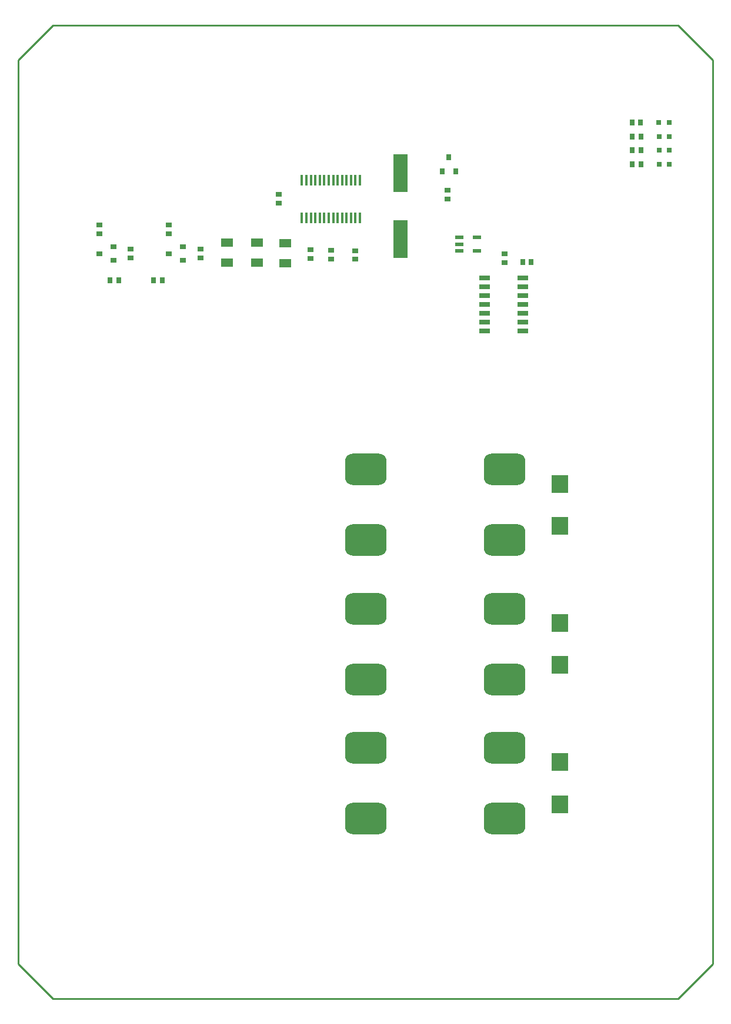
<source format=gtp>
G04 Layer_Color=7318015*
%FSLAX44Y44*%
%MOMM*%
G71*
G01*
G75*
%ADD10R,0.8000X0.9000*%
%ADD11R,0.8000X0.8000*%
%ADD12R,0.9000X0.8000*%
%ADD13R,1.5494X0.6604*%
%ADD14R,0.8000X0.9000*%
%ADD15R,1.8000X1.3000*%
%ADD16R,2.0000X5.5000*%
%ADD17R,0.4572X1.5494*%
%ADD18R,2.4500X2.5500*%
%ADD19R,1.2192X0.6096*%
%ADD20R,0.9000X0.8000*%
G04:AMPARAMS|DCode=21|XSize=6mm|YSize=4.5mm|CornerRadius=1.125mm|HoleSize=0mm|Usage=FLASHONLY|Rotation=180.000|XOffset=0mm|YOffset=0mm|HoleType=Round|Shape=RoundedRectangle|*
%AMROUNDEDRECTD21*
21,1,6.0000,2.2500,0,0,180.0*
21,1,3.7500,4.5000,0,0,180.0*
1,1,2.2500,-1.8750,1.1250*
1,1,2.2500,1.8750,1.1250*
1,1,2.2500,1.8750,-1.1250*
1,1,2.2500,-1.8750,-1.1250*
%
%ADD21ROUNDEDRECTD21*%
%ADD22C,0.2540*%
D10*
X164750Y1052750D02*
D03*
X152250D02*
D03*
X227750Y1053000D02*
D03*
X215250D02*
D03*
X916500Y1220000D02*
D03*
X904000D02*
D03*
X916500Y1240000D02*
D03*
X904000D02*
D03*
X916500Y1260000D02*
D03*
X904000D02*
D03*
X903750Y1280000D02*
D03*
X916250D02*
D03*
X758750Y1079500D02*
D03*
X746250D02*
D03*
D11*
X957500Y1280000D02*
D03*
X942500D02*
D03*
X942750Y1220000D02*
D03*
X957750D02*
D03*
X942750Y1240000D02*
D03*
X957750D02*
D03*
X942750Y1260000D02*
D03*
X957750D02*
D03*
D12*
X395250Y1163750D02*
D03*
Y1176250D02*
D03*
X470250Y1083750D02*
D03*
Y1096250D02*
D03*
X720250Y1090750D02*
D03*
Y1078250D02*
D03*
X505000Y1083250D02*
D03*
Y1095750D02*
D03*
X440750Y1084250D02*
D03*
Y1096750D02*
D03*
X182250Y1085250D02*
D03*
Y1097750D02*
D03*
X282250Y1085250D02*
D03*
Y1097750D02*
D03*
X137250Y1132750D02*
D03*
Y1120250D02*
D03*
X237250Y1132750D02*
D03*
Y1120250D02*
D03*
X638500Y1182500D02*
D03*
Y1170000D02*
D03*
D13*
X746178Y1056600D02*
D03*
Y1043900D02*
D03*
Y1031200D02*
D03*
Y1018500D02*
D03*
Y1005800D02*
D03*
Y993100D02*
D03*
Y980400D02*
D03*
X691880D02*
D03*
Y993100D02*
D03*
Y1005800D02*
D03*
Y1018500D02*
D03*
Y1031200D02*
D03*
Y1043900D02*
D03*
Y1056600D02*
D03*
D14*
X630750Y1210000D02*
D03*
X649750D02*
D03*
X640250Y1230000D02*
D03*
D15*
X321000Y1107500D02*
D03*
Y1078500D02*
D03*
X364000Y1107000D02*
D03*
Y1078000D02*
D03*
X404250Y1106250D02*
D03*
Y1077250D02*
D03*
D16*
X570250Y1207500D02*
D03*
Y1112500D02*
D03*
D17*
X511906Y1142822D02*
D03*
X505556D02*
D03*
X499206D02*
D03*
X492856D02*
D03*
X486252D02*
D03*
X479902D02*
D03*
X473552D02*
D03*
X467050D02*
D03*
X460650D02*
D03*
X454250D02*
D03*
X447850D02*
D03*
X441450D02*
D03*
X435050D02*
D03*
X428650D02*
D03*
Y1197120D02*
D03*
X435050D02*
D03*
X441450D02*
D03*
X447850D02*
D03*
X454250D02*
D03*
X460650D02*
D03*
X467050D02*
D03*
X473552D02*
D03*
X479902D02*
D03*
X486252D02*
D03*
X492856D02*
D03*
X499206D02*
D03*
X505556D02*
D03*
X511906D02*
D03*
D18*
X800250Y499750D02*
D03*
Y560250D02*
D03*
Y699750D02*
D03*
Y760250D02*
D03*
Y299750D02*
D03*
Y360250D02*
D03*
D19*
X655000Y1114402D02*
D03*
Y1104750D02*
D03*
Y1095250D02*
D03*
X680200D02*
D03*
Y1114402D02*
D03*
D20*
X157250Y1082000D02*
D03*
Y1101000D02*
D03*
X137250Y1091500D02*
D03*
X257250Y1082000D02*
D03*
Y1101000D02*
D03*
X237250Y1091500D02*
D03*
D21*
X720250Y679200D02*
D03*
Y780800D02*
D03*
X520250Y679200D02*
D03*
Y780800D02*
D03*
Y580800D02*
D03*
Y479200D02*
D03*
X720250Y580800D02*
D03*
Y479200D02*
D03*
Y279200D02*
D03*
Y380800D02*
D03*
X520250Y279200D02*
D03*
Y380800D02*
D03*
D22*
X70250Y1420000D02*
X970250D01*
X1020250Y1370000D01*
Y70000D02*
Y1370000D01*
X970250Y20000D02*
X1020250Y70000D01*
X70250Y20000D02*
X970250D01*
X20250Y70000D02*
X70250Y20000D01*
X20250Y70000D02*
Y1370000D01*
X70250Y1420000D01*
Y1420000D01*
M02*

</source>
